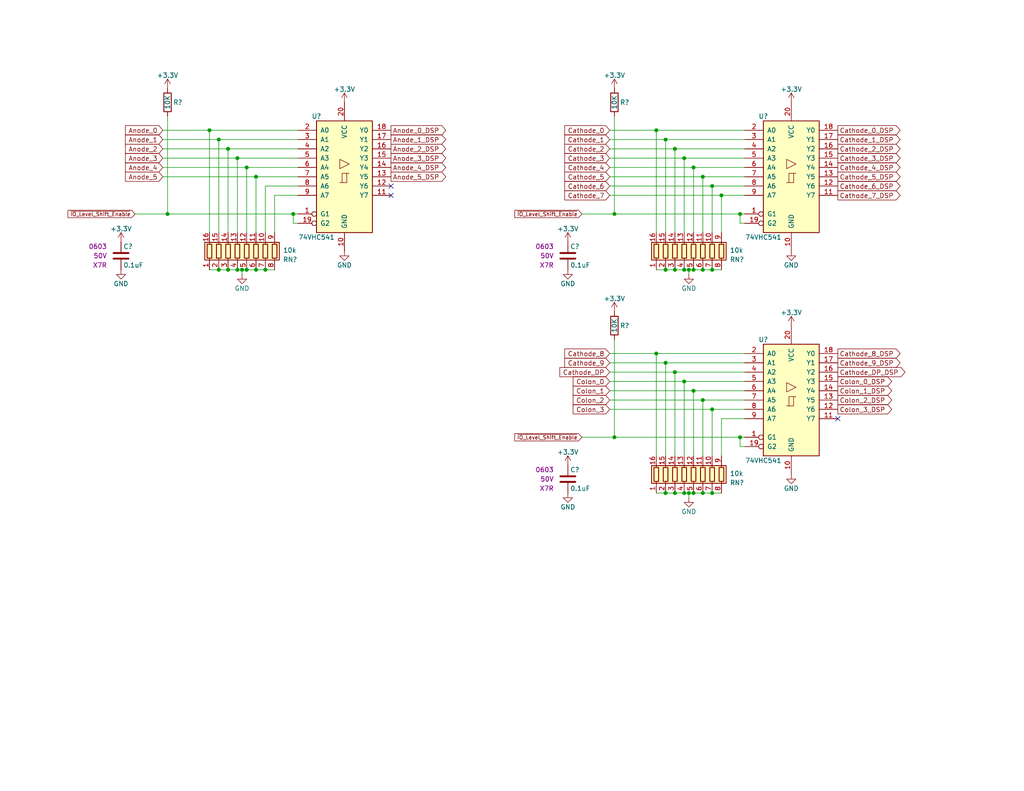
<source format=kicad_sch>
(kicad_sch (version 20230121) (generator eeschema)
  (paper "A")
  (title_block (date "2023-05-12") (rev "PRELIM") (company "Drew Maatman"))
  (lib_symbols
    (symbol "Custom_Library:74VHC541" (pin_names (offset 1.016))
      (property "Reference" "U" (at -7.62 16.51 0))
      (property "Value" "Custom_Library_74VHC541" (at -7.62 -16.51 0))
      (symbol "74VHC541_1_0"
        (polyline (pts (xy -0.635 -1.6002) (xy -0.635 0.9398) (xy 0.635 0.9398)))
        (polyline (pts (xy -1.27 -1.6002) (xy 0.635 -1.6002) (xy 0.635 0.9398) (xy 1.27 0.9398)))
        (polyline (pts (xy 1.27 3.4798) (xy -1.27 4.7498) (xy -1.27 2.2098) (xy 1.27 3.4798)) (stroke (width 0.1524)))
        (pin input inverted (at -12.7 -10.16 0) (length 5.08) (name "G1") (number "1"))
        (pin power_in line (at 0 -20.32 90) (length 5.08) (name "GND") (number "10"))
        (pin tri_state line (at 12.7 -5.08 180) (length 5.08) (name "Y7") (number "11"))
        (pin tri_state line (at 12.7 -2.54 180) (length 5.08) (name "Y6") (number "12"))
        (pin tri_state line (at 12.7 0 180) (length 5.08) (name "Y5") (number "13"))
        (pin tri_state line (at 12.7 2.54 180) (length 5.08) (name "Y4") (number "14"))
        (pin tri_state line (at 12.7 5.08 180) (length 5.08) (name "Y3") (number "15"))
        (pin tri_state line (at 12.7 7.62 180) (length 5.08) (name "Y2") (number "16"))
        (pin tri_state line (at 12.7 10.16 180) (length 5.08) (name "Y1") (number "17"))
        (pin tri_state line (at 12.7 12.7 180) (length 5.08) (name "Y0") (number "18"))
        (pin input inverted (at -12.7 -12.7 0) (length 5.08) (name "G2") (number "19"))
        (pin input line (at -12.7 12.7 0) (length 5.08) (name "A0") (number "2"))
        (pin power_in line (at 0 20.32 270) (length 5.08) (name "VCC") (number "20"))
        (pin input line (at -12.7 10.16 0) (length 5.08) (name "A1") (number "3"))
        (pin input line (at -12.7 7.62 0) (length 5.08) (name "A2") (number "4"))
        (pin input line (at -12.7 5.08 0) (length 5.08) (name "A3") (number "5"))
        (pin input line (at -12.7 2.54 0) (length 5.08) (name "A4") (number "6"))
        (pin input line (at -12.7 0 0) (length 5.08) (name "A5") (number "7"))
        (pin input line (at -12.7 -2.54 0) (length 5.08) (name "A6") (number "8"))
        (pin input line (at -12.7 -5.08 0) (length 5.08) (name "A7") (number "9"))
      )
      (symbol "74VHC541_1_1"
        (rectangle (start -7.62 15.24) (end 7.62 -15.24) (stroke (width 0.254)) (fill (type background)))
        (pin power_in line (at 0 -20.32 90) (length 0) hide (name "GND") (number "21"))
      )
    )
    (symbol "Custom_Library:C_Custom" (pin_numbers hide) (pin_names (offset 0.254))
      (property "Reference" "C" (at 0.635 2.54 0))
      (property "Value" "Custom_Library_C_Custom" (at 0.635 -2.54 0))
      (property "display_footprint" "Foot" (at -3.81 2.54 0))
      (property "Voltage" "V" (at -3.81 0 0))
      (property "Dielectric" "Er" (at -3.81 -2.54 0))
      (symbol "C_Custom_0_1"
        (polyline (pts (xy -2.032 -0.762) (xy 2.032 -0.762)) (stroke (width 0.508)))
        (polyline (pts (xy -2.032 0.762) (xy 2.032 0.762)) (stroke (width 0.508)))
      )
      (symbol "C_Custom_1_1"
        (pin passive line (at 0 3.81 270) (length 2.794) (name "~") (number "1"))
        (pin passive line (at 0 -3.81 90) (length 2.794) (name "~") (number "2"))
      )
    )
    (symbol "Custom_Library:R_Custom" (pin_numbers hide) (pin_names (offset 1.016) hide)
      (property "Reference" "R" (at -2.54 0 90))
      (property "Value" "Custom_Library_R_Custom" (at 0 0 90))
      (property "display_footprint" "Foot" (at 2.54 0 90))
      (property "Tolerance" "Tol" (at 5.08 0 90))
      (property "Wattage" "W" (at 7.62 0 90))
      (symbol "R_Custom_0_1"
        (rectangle (start 1.016 2.54) (end -1.016 -2.54) (stroke (width 0.254)))
      )
      (symbol "R_Custom_1_1"
        (pin passive line (at 0 3.81 270) (length 1.27) (name "1") (number "1"))
        (pin passive line (at 0 -3.81 90) (length 1.27) (name "2") (number "2"))
      )
    )
    (symbol "Device:R_Pack08" (pin_names (offset 0) hide)
      (property "Reference" "RN" (at -12.7 0 90))
      (property "Value" "R_Pack08" (at 10.16 0 90))
      (symbol "R_Pack08_0_1"
        (rectangle (start -11.43 -2.413) (end 8.89 2.413) (stroke (width 0.254)) (fill (type background)))
        (rectangle (start -10.795 1.905) (end -9.525 -1.905) (stroke (width 0.254)))
        (rectangle (start -8.255 1.905) (end -6.985 -1.905) (stroke (width 0.254)))
        (rectangle (start -5.715 1.905) (end -4.445 -1.905) (stroke (width 0.254)))
        (rectangle (start -3.175 1.905) (end -1.905 -1.905) (stroke (width 0.254)))
        (rectangle (start -0.635 1.905) (end 0.635 -1.905) (stroke (width 0.254)))
        (polyline (pts (xy -10.16 -2.54) (xy -10.16 -1.905)))
        (polyline (pts (xy -10.16 1.905) (xy -10.16 2.54)))
        (polyline (pts (xy -7.62 -2.54) (xy -7.62 -1.905)))
        (polyline (pts (xy -7.62 1.905) (xy -7.62 2.54)))
        (polyline (pts (xy -5.08 -2.54) (xy -5.08 -1.905)))
        (polyline (pts (xy -5.08 1.905) (xy -5.08 2.54)))
        (polyline (pts (xy -2.54 -2.54) (xy -2.54 -1.905)))
        (polyline (pts (xy -2.54 1.905) (xy -2.54 2.54)))
        (polyline (pts (xy 0 -2.54) (xy 0 -1.905)))
        (polyline (pts (xy 0 1.905) (xy 0 2.54)))
        (polyline (pts (xy 2.54 -2.54) (xy 2.54 -1.905)))
        (polyline (pts (xy 2.54 1.905) (xy 2.54 2.54)))
        (polyline (pts (xy 5.08 -2.54) (xy 5.08 -1.905)))
        (polyline (pts (xy 5.08 1.905) (xy 5.08 2.54)))
        (polyline (pts (xy 7.62 -2.54) (xy 7.62 -1.905)))
        (polyline (pts (xy 7.62 1.905) (xy 7.62 2.54)))
        (rectangle (start 1.905 1.905) (end 3.175 -1.905) (stroke (width 0.254)))
        (rectangle (start 4.445 1.905) (end 5.715 -1.905) (stroke (width 0.254)))
        (rectangle (start 6.985 1.905) (end 8.255 -1.905) (stroke (width 0.254)))
      )
      (symbol "R_Pack08_1_1"
        (pin passive line (at -10.16 -5.08 90) (length 2.54) (name "R1.1") (number "1"))
        (pin passive line (at 5.08 5.08 270) (length 2.54) (name "R7.2") (number "10"))
        (pin passive line (at 2.54 5.08 270) (length 2.54) (name "R6.2") (number "11"))
        (pin passive line (at 0 5.08 270) (length 2.54) (name "R5.2") (number "12"))
        (pin passive line (at -2.54 5.08 270) (length 2.54) (name "R4.2") (number "13"))
        (pin passive line (at -5.08 5.08 270) (length 2.54) (name "R3.2") (number "14"))
        (pin passive line (at -7.62 5.08 270) (length 2.54) (name "R2.2") (number "15"))
        (pin passive line (at -10.16 5.08 270) (length 2.54) (name "R1.2") (number "16"))
        (pin passive line (at -7.62 -5.08 90) (length 2.54) (name "R2.1") (number "2"))
        (pin passive line (at -5.08 -5.08 90) (length 2.54) (name "R3.1") (number "3"))
        (pin passive line (at -2.54 -5.08 90) (length 2.54) (name "R4.1") (number "4"))
        (pin passive line (at 0 -5.08 90) (length 2.54) (name "R5.1") (number "5"))
        (pin passive line (at 2.54 -5.08 90) (length 2.54) (name "R6.1") (number "6"))
        (pin passive line (at 5.08 -5.08 90) (length 2.54) (name "R7.1") (number "7"))
        (pin passive line (at 7.62 -5.08 90) (length 2.54) (name "R8.1") (number "8"))
        (pin passive line (at 7.62 5.08 270) (length 2.54) (name "R8.2") (number "9"))
      )
    )
    (symbol "power:+3.3V" (power) (pin_names (offset 0))
      (property "Value" "+3.3V" (at 0 3.556 0))
      (symbol "+3.3V_0_1"
        (polyline (pts (xy -0.762 1.27) (xy 0 2.54)))
        (polyline (pts (xy 0 0) (xy 0 2.54)))
        (polyline (pts (xy 0 2.54) (xy 0.762 1.27)))
      )
      (symbol "+3.3V_1_1"
        (pin power_in line (at 0 0 90) (length 0) hide (name "+3.3V") (number "1"))
      )
    )
    (symbol "power:GND" (power) (pin_names (offset 0))
      (property "Value" "GND" (at 0 -3.81 0))
      (symbol "GND_0_1"
        (polyline (pts (xy 0 0) (xy 0 -1.27) (xy 1.27 -1.27) (xy 0 -2.54) (xy -1.27 -1.27) (xy 0 -1.27)))
      )
      (symbol "GND_1_1"
        (pin power_in line (at 0 0 270) (length 0) hide (name "GND") (number "1"))
      )
    )
  )
  (junction (at 191.77 109.22))
  (junction (at 179.07 96.52))
  (junction (at 184.15 40.64))
  (junction (at 191.77 73.66))
  (junction (at 64.77 43.18))
  (junction (at 189.23 45.72))
  (junction (at 72.39 73.66))
  (junction (at 194.31 73.66))
  (junction (at 45.72 58.42))
  (junction (at 67.31 45.72))
  (junction (at 69.85 73.66))
  (junction (at 181.61 134.62))
  (junction (at 186.69 104.14))
  (junction (at 194.31 50.8))
  (junction (at 57.15 35.56))
  (junction (at 80.01 58.42))
  (junction (at 181.61 73.66))
  (junction (at 186.69 73.66))
  (junction (at 184.15 134.62))
  (junction (at 201.93 119.38))
  (junction (at 189.23 73.66))
  (junction (at 187.96 73.66))
  (junction (at 189.23 134.62))
  (junction (at 184.15 101.6))
  (junction (at 167.64 58.42))
  (junction (at 201.93 58.42))
  (junction (at 194.31 134.62))
  (junction (at 179.07 35.56))
  (junction (at 62.23 73.66))
  (junction (at 186.69 134.62))
  (junction (at 59.69 73.66))
  (junction (at 189.23 106.68))
  (junction (at 181.61 38.1))
  (junction (at 194.31 111.76))
  (junction (at 167.64 119.38))
  (junction (at 191.77 48.26))
  (junction (at 66.04 73.66))
  (junction (at 186.69 43.18))
  (junction (at 64.77 73.66))
  (junction (at 184.15 73.66))
  (junction (at 191.77 134.62))
  (junction (at 187.96 134.62))
  (junction (at 62.23 40.64))
  (junction (at 67.31 73.66))
  (junction (at 59.69 38.1))
  (junction (at 69.85 48.26))
  (junction (at 181.61 99.06))
  (junction (at 196.85 53.34))
  (no_connect (at 106.68 50.8))
  (no_connect (at 106.68 53.34))
  (no_connect (at 228.6 114.3))
  (wire (pts (xy 191.77 73.66) (xy 194.31 73.66)))
  (wire (pts (xy 203.2 58.42) (xy 201.93 58.42)))
  (wire (pts (xy 189.23 73.66) (xy 191.77 73.66)))
  (wire (pts (xy 74.93 53.34) (xy 81.28 53.34)))
  (wire (pts (xy 59.69 73.66) (xy 57.15 73.66)))
  (wire (pts (xy 191.77 124.46) (xy 191.77 109.22)))
  (wire (pts (xy 74.93 63.5) (xy 74.93 53.34)))
  (wire (pts (xy 67.31 73.66) (xy 69.85 73.66)))
  (wire (pts (xy 166.37 99.06) (xy 181.61 99.06)))
  (wire (pts (xy 179.07 35.56) (xy 203.2 35.56)))
  (wire (pts (xy 186.69 104.14) (xy 203.2 104.14)))
  (wire (pts (xy 187.96 73.66) (xy 189.23 73.66)))
  (wire (pts (xy 44.45 43.18) (xy 64.77 43.18)))
  (wire (pts (xy 186.69 134.62) (xy 184.15 134.62)))
  (wire (pts (xy 203.2 119.38) (xy 201.93 119.38)))
  (wire (pts (xy 67.31 45.72) (xy 81.28 45.72)))
  (wire (pts (xy 45.72 58.42) (xy 45.72 31.75)))
  (wire (pts (xy 167.64 58.42) (xy 167.64 31.75)))
  (wire (pts (xy 181.61 63.5) (xy 181.61 38.1)))
  (wire (pts (xy 196.85 114.3) (xy 203.2 114.3)))
  (wire (pts (xy 72.39 63.5) (xy 72.39 50.8)))
  (wire (pts (xy 69.85 63.5) (xy 69.85 48.26)))
  (wire (pts (xy 167.64 119.38) (xy 167.64 92.71)))
  (wire (pts (xy 194.31 111.76) (xy 203.2 111.76)))
  (wire (pts (xy 167.64 58.42) (xy 201.93 58.42)))
  (wire (pts (xy 184.15 73.66) (xy 181.61 73.66)))
  (wire (pts (xy 186.69 73.66) (xy 184.15 73.66)))
  (wire (pts (xy 69.85 48.26) (xy 81.28 48.26)))
  (wire (pts (xy 196.85 124.46) (xy 196.85 114.3)))
  (wire (pts (xy 67.31 63.5) (xy 67.31 45.72)))
  (wire (pts (xy 187.96 134.62) (xy 186.69 134.62)))
  (wire (pts (xy 194.31 73.66) (xy 196.85 73.66)))
  (wire (pts (xy 62.23 40.64) (xy 81.28 40.64)))
  (wire (pts (xy 191.77 134.62) (xy 194.31 134.62)))
  (wire (pts (xy 44.45 38.1) (xy 59.69 38.1)))
  (wire (pts (xy 166.37 104.14) (xy 186.69 104.14)))
  (wire (pts (xy 184.15 40.64) (xy 203.2 40.64)))
  (wire (pts (xy 181.61 134.62) (xy 179.07 134.62)))
  (wire (pts (xy 72.39 50.8) (xy 81.28 50.8)))
  (wire (pts (xy 184.15 101.6) (xy 203.2 101.6)))
  (wire (pts (xy 187.96 134.62) (xy 189.23 134.62)))
  (wire (pts (xy 66.04 74.93) (xy 66.04 73.66)))
  (wire (pts (xy 189.23 63.5) (xy 189.23 45.72)))
  (wire (pts (xy 186.69 43.18) (xy 203.2 43.18)))
  (wire (pts (xy 166.37 111.76) (xy 194.31 111.76)))
  (wire (pts (xy 44.45 45.72) (xy 67.31 45.72)))
  (wire (pts (xy 166.37 50.8) (xy 194.31 50.8)))
  (wire (pts (xy 194.31 50.8) (xy 203.2 50.8)))
  (wire (pts (xy 203.2 121.92) (xy 201.93 121.92)))
  (wire (pts (xy 181.61 99.06) (xy 203.2 99.06)))
  (wire (pts (xy 44.45 48.26) (xy 69.85 48.26)))
  (wire (pts (xy 166.37 35.56) (xy 179.07 35.56)))
  (wire (pts (xy 64.77 43.18) (xy 81.28 43.18)))
  (wire (pts (xy 181.61 73.66) (xy 179.07 73.66)))
  (wire (pts (xy 72.39 73.66) (xy 74.93 73.66)))
  (wire (pts (xy 203.2 60.96) (xy 201.93 60.96)))
  (wire (pts (xy 184.15 63.5) (xy 184.15 40.64)))
  (wire (pts (xy 201.93 121.92) (xy 201.93 119.38)))
  (wire (pts (xy 201.93 60.96) (xy 201.93 58.42)))
  (wire (pts (xy 166.37 101.6) (xy 184.15 101.6)))
  (wire (pts (xy 179.07 96.52) (xy 203.2 96.52)))
  (wire (pts (xy 186.69 63.5) (xy 186.69 43.18)))
  (wire (pts (xy 167.64 119.38) (xy 201.93 119.38)))
  (wire (pts (xy 158.75 58.42) (xy 167.64 58.42)))
  (wire (pts (xy 59.69 38.1) (xy 81.28 38.1)))
  (wire (pts (xy 191.77 48.26) (xy 203.2 48.26)))
  (wire (pts (xy 81.28 58.42) (xy 80.01 58.42)))
  (wire (pts (xy 69.85 73.66) (xy 72.39 73.66)))
  (wire (pts (xy 59.69 63.5) (xy 59.69 38.1)))
  (wire (pts (xy 196.85 53.34) (xy 203.2 53.34)))
  (wire (pts (xy 194.31 124.46) (xy 194.31 111.76)))
  (wire (pts (xy 184.15 134.62) (xy 181.61 134.62)))
  (wire (pts (xy 36.83 58.42) (xy 45.72 58.42)))
  (wire (pts (xy 80.01 60.96) (xy 80.01 58.42)))
  (wire (pts (xy 191.77 63.5) (xy 191.77 48.26)))
  (wire (pts (xy 45.72 58.42) (xy 80.01 58.42)))
  (wire (pts (xy 179.07 63.5) (xy 179.07 35.56)))
  (wire (pts (xy 181.61 124.46) (xy 181.61 99.06)))
  (wire (pts (xy 191.77 109.22) (xy 203.2 109.22)))
  (wire (pts (xy 184.15 124.46) (xy 184.15 101.6)))
  (wire (pts (xy 166.37 43.18) (xy 186.69 43.18)))
  (wire (pts (xy 158.75 119.38) (xy 167.64 119.38)))
  (wire (pts (xy 166.37 109.22) (xy 191.77 109.22)))
  (wire (pts (xy 196.85 63.5) (xy 196.85 53.34)))
  (wire (pts (xy 66.04 73.66) (xy 64.77 73.66)))
  (wire (pts (xy 189.23 106.68) (xy 203.2 106.68)))
  (wire (pts (xy 166.37 38.1) (xy 181.61 38.1)))
  (wire (pts (xy 166.37 45.72) (xy 189.23 45.72)))
  (wire (pts (xy 62.23 63.5) (xy 62.23 40.64)))
  (wire (pts (xy 57.15 63.5) (xy 57.15 35.56)))
  (wire (pts (xy 166.37 53.34) (xy 196.85 53.34)))
  (wire (pts (xy 62.23 73.66) (xy 59.69 73.66)))
  (wire (pts (xy 179.07 124.46) (xy 179.07 96.52)))
  (wire (pts (xy 166.37 106.68) (xy 189.23 106.68)))
  (wire (pts (xy 44.45 40.64) (xy 62.23 40.64)))
  (wire (pts (xy 166.37 48.26) (xy 191.77 48.26)))
  (wire (pts (xy 66.04 73.66) (xy 67.31 73.66)))
  (wire (pts (xy 187.96 74.93) (xy 187.96 73.66)))
  (wire (pts (xy 189.23 134.62) (xy 191.77 134.62)))
  (wire (pts (xy 81.28 60.96) (xy 80.01 60.96)))
  (wire (pts (xy 187.96 135.89) (xy 187.96 134.62)))
  (wire (pts (xy 187.96 73.66) (xy 186.69 73.66)))
  (wire (pts (xy 64.77 63.5) (xy 64.77 43.18)))
  (wire (pts (xy 166.37 96.52) (xy 179.07 96.52)))
  (wire (pts (xy 181.61 38.1) (xy 203.2 38.1)))
  (wire (pts (xy 64.77 73.66) (xy 62.23 73.66)))
  (wire (pts (xy 44.45 35.56) (xy 57.15 35.56)))
  (wire (pts (xy 57.15 35.56) (xy 81.28 35.56)))
  (wire (pts (xy 189.23 45.72) (xy 203.2 45.72)))
  (wire (pts (xy 189.23 124.46) (xy 189.23 106.68)))
  (wire (pts (xy 194.31 134.62) (xy 196.85 134.62)))
  (wire (pts (xy 194.31 63.5) (xy 194.31 50.8)))
  (wire (pts (xy 166.37 40.64) (xy 184.15 40.64)))
  (wire (pts (xy 186.69 124.46) (xy 186.69 104.14)))
  (global_label "Cathode_0_DSP" (shape output) (at 228.6 35.56 0) (property "Intersheetrefs" "${INTERSHEET_REFS}" (effects hide)))
  (global_label "Anode_5_DSP" (shape output) (at 106.68 48.26 0) (property "Intersheetrefs" "${INTERSHEET_REFS}" (effects hide)))
  (global_label "Anode_2_DSP" (shape output) (at 106.68 40.64 0) (property "Intersheetrefs" "${INTERSHEET_REFS}" (effects hide)))
  (global_label "Colon_2" (shape input) (at 166.37 109.22 180) (property "Intersheetrefs" "${INTERSHEET_REFS}" (effects hide)))
  (global_label "Cathode_4" (shape input) (at 166.37 45.72 180) (property "Intersheetrefs" "${INTERSHEET_REFS}" (effects hide)))
  (global_label "Colon_2_DSP" (shape output) (at 228.6 109.22 0) (property "Intersheetrefs" "${INTERSHEET_REFS}" (effects hide)))
  (global_label "Anode_0" (shape input) (at 44.45 35.56 180) (property "Intersheetrefs" "${INTERSHEET_REFS}" (effects hide)))
  (global_label "Colon_1_DSP" (shape output) (at 228.6 106.68 0) (property "Intersheetrefs" "${INTERSHEET_REFS}" (effects hide)))
  (global_label "Cathode_2" (shape input) (at 166.37 40.64 180) (property "Intersheetrefs" "${INTERSHEET_REFS}" (effects hide)))
  (global_label "Cathode_7" (shape input) (at 166.37 53.34 180) (property "Intersheetrefs" "${INTERSHEET_REFS}" (effects hide)))
  (global_label "Anode_4_DSP" (shape output) (at 106.68 45.72 0) (property "Intersheetrefs" "${INTERSHEET_REFS}" (effects hide)))
  (global_label "Anode_0_DSP" (shape output) (at 106.68 35.56 0) (property "Intersheetrefs" "${INTERSHEET_REFS}" (effects hide)))
  (global_label "Cathode_DP" (shape input) (at 166.37 101.6 180) (property "Intersheetrefs" "${INTERSHEET_REFS}" (effects hide)))
  (global_label "Cathode_1_DSP" (shape output) (at 228.6 38.1 0) (property "Intersheetrefs" "${INTERSHEET_REFS}" (effects hide)))
  (global_label "Cathode_6_DSP" (shape output) (at 228.6 50.8 0) (property "Intersheetrefs" "${INTERSHEET_REFS}" (effects hide)))
  (global_label "Colon_0_DSP" (shape output) (at 228.6 104.14 0) (property "Intersheetrefs" "${INTERSHEET_REFS}" (effects hide)))
  (global_label "Cathode_9" (shape input) (at 166.37 99.06 180) (property "Intersheetrefs" "${INTERSHEET_REFS}" (effects hide)))
  (global_label "Anode_1_DSP" (shape output) (at 106.68 38.1 0) (property "Intersheetrefs" "${INTERSHEET_REFS}" (effects hide)))
  (global_label "Cathode_9_DSP" (shape output) (at 228.6 99.06 0) (property "Intersheetrefs" "${INTERSHEET_REFS}" (effects hide)))
  (global_label "Cathode_7_DSP" (shape output) (at 228.6 53.34 0) (property "Intersheetrefs" "${INTERSHEET_REFS}" (effects hide)))
  (global_label "~{IO_Level_Shift_Enable}" (shape input) (at 36.83 58.42 180) (effects (font (size 1.016 1.016))) (property "Intersheetrefs" "${INTERSHEET_REFS}" (effects hide)))
  (global_label "~{IO_Level_Shift_Enable}" (shape input) (at 158.75 58.42 180) (effects (font (size 1.016 1.016))) (property "Intersheetrefs" "${INTERSHEET_REFS}" (effects hide)))
  (global_label "Cathode_2_DSP" (shape output) (at 228.6 40.64 0) (property "Intersheetrefs" "${INTERSHEET_REFS}" (effects hide)))
  (global_label "Colon_3_DSP" (shape output) (at 228.6 111.76 0) (property "Intersheetrefs" "${INTERSHEET_REFS}" (effects hide)))
  (global_label "Anode_2" (shape input) (at 44.45 40.64 180) (property "Intersheetrefs" "${INTERSHEET_REFS}" (effects hide)))
  (global_label "Cathode_8" (shape input) (at 166.37 96.52 180) (property "Intersheetrefs" "${INTERSHEET_REFS}" (effects hide)))
  (global_label "Anode_1" (shape input) (at 44.45 38.1 180) (property "Intersheetrefs" "${INTERSHEET_REFS}" (effects hide)))
  (global_label "Cathode_5" (shape input) (at 166.37 48.26 180) (property "Intersheetrefs" "${INTERSHEET_REFS}" (effects hide)))
  (global_label "Cathode_4_DSP" (shape output) (at 228.6 45.72 0) (property "Intersheetrefs" "${INTERSHEET_REFS}" (effects hide)))
  (global_label "Anode_4" (shape input) (at 44.45 45.72 180) (property "Intersheetrefs" "${INTERSHEET_REFS}" (effects hide)))
  (global_label "Cathode_0" (shape input) (at 166.37 35.56 180) (property "Intersheetrefs" "${INTERSHEET_REFS}" (effects hide)))
  (global_label "Cathode_8_DSP" (shape output) (at 228.6 96.52 0) (property "Intersheetrefs" "${INTERSHEET_REFS}" (effects hide)))
  (global_label "Cathode_DP_DSP" (shape output) (at 228.6 101.6 0) (property "Intersheetrefs" "${INTERSHEET_REFS}" (effects hide)))
  (global_label "Colon_3" (shape input) (at 166.37 111.76 180) (property "Intersheetrefs" "${INTERSHEET_REFS}" (effects hide)))
  (global_label "~{IO_Level_Shift_Enable}" (shape input) (at 158.75 119.38 180) (effects (font (size 1.016 1.016))) (property "Intersheetrefs" "${INTERSHEET_REFS}" (effects hide)))
  (global_label "Colon_1" (shape input) (at 166.37 106.68 180) (property "Intersheetrefs" "${INTERSHEET_REFS}" (effects hide)))
  (global_label "Cathode_3" (shape input) (at 166.37 43.18 180) (property "Intersheetrefs" "${INTERSHEET_REFS}" (effects hide)))
  (global_label "Anode_3" (shape input) (at 44.45 43.18 180) (property "Intersheetrefs" "${INTERSHEET_REFS}" (effects hide)))
  (global_label "Cathode_3_DSP" (shape output) (at 228.6 43.18 0) (property "Intersheetrefs" "${INTERSHEET_REFS}" (effects hide)))
  (global_label "Cathode_1" (shape input) (at 166.37 38.1 180) (property "Intersheetrefs" "${INTERSHEET_REFS}" (effects hide)))
  (global_label "Cathode_5_DSP" (shape output) (at 228.6 48.26 0) (property "Intersheetrefs" "${INTERSHEET_REFS}" (effects hide)))
  (global_label "Anode_3_DSP" (shape output) (at 106.68 43.18 0) (property "Intersheetrefs" "${INTERSHEET_REFS}" (effects hide)))
  (global_label "Colon_0" (shape input) (at 166.37 104.14 180) (property "Intersheetrefs" "${INTERSHEET_REFS}" (effects hide)))
  (global_label "Cathode_6" (shape input) (at 166.37 50.8 180) (property "Intersheetrefs" "${INTERSHEET_REFS}" (effects hide)))
  (global_label "Anode_5" (shape input) (at 44.45 48.26 180) (property "Intersheetrefs" "${INTERSHEET_REFS}" (effects hide)))
  (symbol (lib_id "Device:R_Pack08") (at 67.31 68.58 0) (unit 1)
    (property "Reference" "RN?" (at 77.216 70.866 0) (effects (justify left)))
    (property "Value" "10k" (at 77.216 68.326 0) (effects (justify left)))
    (property "Footprint" "Resistors_SMD:R_Array_Convex_8x0602" (effects hide))
    (property "Digi-Key PN" "Y1103CT-ND" (effects hide))
    (instances (project "VFD_Clock" (path "" (reference "RN?") (unit 1))) (project "Nixie_Clock_Core" (path "" (reference "RN1701") (unit 1))))
  )
  (symbol (lib_id "Device:R_Pack08") (at 189.23 129.54 0) (unit 1)
    (property "Reference" "RN?" (at 199.136 131.826 0) (effects (justify left)))
    (property "Value" "10k" (at 199.136 129.286 0) (effects (justify left)))
    (property "Footprint" "Resistors_SMD:R_Array_Convex_8x0602" (effects hide))
    (property "Digi-Key PN" "Y1103CT-ND" (effects hide))
    (instances (project "VFD_Clock" (path "" (reference "RN?") (unit 1))) (project "Nixie_Clock_Core" (path "" (reference "RN1703") (unit 1))))
  )
  (symbol (lib_id "Device:R_Pack08") (at 189.23 68.58 0) (unit 1)
    (property "Reference" "RN?" (at 199.136 70.866 0) (effects (justify left)))
    (property "Value" "10k" (at 199.136 68.326 0) (effects (justify left)))
    (property "Footprint" "Resistors_SMD:R_Array_Convex_8x0602" (effects hide))
    (property "Digi-Key PN" "Y1103CT-ND" (effects hide))
    (instances (project "VFD_Clock" (path "" (reference "RN?") (unit 1))) (project "Nixie_Clock_Core" (path "" (reference "RN1702") (unit 1))))
  )
  (symbol (lib_id "power:GND") (at 187.96 74.93 0) (unit 1)
    (property "Reference" "#PWR?" (effects hide))
    (property "Value" "GND" (at 187.96 78.74 0))
    (instances (project "VFD_Clock" (path "" (reference "#PWR?") (unit 1)) (path "" (reference "#PWR?") (unit 1)) (path "" (reference "#PWR?") (unit 1)) (path "" (reference "#PWR?") (unit 1))) (project "Nixie_Clock_Core" (path "" (reference "#PWR01708") (unit 1))))
  )
  (symbol (lib_id "Custom_Library:R_Custom") (at 167.64 27.94 0) (mirror y) (unit 1)
    (property "Reference" "R?" (at 169.164 27.94 0) (effects (justify right)))
    (property "Value" "10K" (at 167.64 27.94 90))
    (property "Footprint" "Resistors_SMD:R_0603" (effects hide))
    (property "display_footprint" "0603" (effects hide))
    (property "Tolerance" "1%" (effects hide))
    (property "Wattage" "1/10W" (effects hide))
    (instances (project "VFD_Clock" (path "" (reference "R?") (unit 1)) (path "" (reference "R?") (unit 1)) (path "" (reference "R?") (unit 1)) (path "" (reference "R?") (unit 1))) (project "Nixie_Clock_Core" (path "" (reference "R1702") (unit 1))))
  )
  (symbol (lib_id "power:+3.3V") (at 33.02 66.04 0) (unit 1)
    (property "Reference" "#PWR?" (effects hide))
    (property "Value" "+3.3V" (at 33.02 62.484 0))
    (instances (project "VFD_Clock" (path "" (reference "#PWR?") (unit 1)) (path "" (reference "#PWR?") (unit 1)) (path "" (reference "#PWR?") (unit 1)) (path "" (reference "#PWR?") (unit 1))) (project "Nixie_Clock_Core" (path "" (reference "#PWR01701") (unit 1))))
  )
  (symbol (lib_id "Custom_Library:74VHC541") (at 215.9 109.22 0) (unit 1)
    (property "Reference" "U?" (at 208.28 92.71 0))
    (property "Value" "74VHC541" (at 208.28 125.73 0))
    (property "Footprint" "Package_DFN_QFN:WQFN-20-1EP_2.5x4.5mm_P0.5mm_EP1x2.9mm" (effects hide))
    (property "Datasheet" "https://assets.nexperia.com/documents/data-sheet/74VHC_VHCT541.pdf" (effects hide))
    (property "Digi-Key PN" "1727-7068-1-ND" (effects hide))
    (instances (project "VFD_Clock" (path "" (reference "U?") (unit 1))) (project "Nixie_Clock_Core" (path "" (reference "U1703") (unit 1))))
  )
  (symbol (lib_id "Custom_Library:74VHC541") (at 215.9 48.26 0) (unit 1)
    (property "Reference" "U?" (at 208.28 31.75 0))
    (property "Value" "74VHC541" (at 208.28 64.77 0))
    (property "Footprint" "Package_DFN_QFN:WQFN-20-1EP_2.5x4.5mm_P0.5mm_EP1x2.9mm" (effects hide))
    (property "Datasheet" "https://assets.nexperia.com/documents/data-sheet/74VHC_VHCT541.pdf" (effects hide))
    (property "Digi-Key PN" "1727-7068-1-ND" (effects hide))
    (instances (project "VFD_Clock" (path "" (reference "U?") (unit 1))) (project "Nixie_Clock_Core" (path "" (reference "U1702") (unit 1))))
  )
  (symbol (lib_id "power:+3.3V") (at 167.64 24.13 0) (unit 1)
    (property "Reference" "#PWR?" (effects hide))
    (property "Value" "+3.3V" (at 167.64 20.574 0))
    (instances (project "VFD_Clock" (path "" (reference "#PWR?") (unit 1)) (path "" (reference "#PWR?") (unit 1)) (path "" (reference "#PWR?") (unit 1)) (path "" (reference "#PWR?") (unit 1))) (project "Nixie_Clock_Core" (path "" (reference "#PWR01707") (unit 1))))
  )
  (symbol (lib_id "power:+3.3V") (at 154.94 66.04 0) (unit 1)
    (property "Reference" "#PWR?" (effects hide))
    (property "Value" "+3.3V" (at 154.94 62.484 0))
    (instances (project "VFD_Clock" (path "" (reference "#PWR?") (unit 1)) (path "" (reference "#PWR?") (unit 1)) (path "" (reference "#PWR?") (unit 1)) (path "" (reference "#PWR?") (unit 1))) (project "Nixie_Clock_Core" (path "" (reference "#PWR01705") (unit 1))))
  )
  (symbol (lib_id "power:+3.3V") (at 45.72 24.13 0) (unit 1)
    (property "Reference" "#PWR?" (effects hide))
    (property "Value" "+3.3V" (at 45.72 20.574 0))
    (instances (project "VFD_Clock" (path "" (reference "#PWR?") (unit 1)) (path "" (reference "#PWR?") (unit 1)) (path "" (reference "#PWR?") (unit 1)) (path "" (reference "#PWR?") (unit 1))) (project "Nixie_Clock_Core" (path "" (reference "#PWR01704") (unit 1))))
  )
  (symbol (lib_id "Custom_Library:74VHC541") (at 93.98 48.26 0) (unit 1)
    (property "Reference" "U?" (at 86.36 31.75 0))
    (property "Value" "74VHC541" (at 86.36 64.77 0))
    (property "Footprint" "Package_DFN_QFN:WQFN-20-1EP_2.5x4.5mm_P0.5mm_EP1x2.9mm" (effects hide))
    (property "Datasheet" "https://assets.nexperia.com/documents/data-sheet/74VHC_VHCT541.pdf" (effects hide))
    (property "Digi-Key PN" "1727-7068-1-ND" (effects hide))
    (instances (project "VFD_Clock" (path "" (reference "U?") (unit 1))) (project "Nixie_Clock_Core" (path "" (reference "U1701") (unit 1))))
  )
  (symbol (lib_id "power:GND") (at 154.94 73.66 0) (unit 1)
    (property "Reference" "#PWR?" (effects hide))
    (property "Value" "GND" (at 154.94 77.47 0))
    (instances (project "VFD_Clock" (path "" (reference "#PWR?") (unit 1))) (project "Nixie_Clock_Core" (path "" (reference "#PWR01706") (unit 1))))
  )
  (symbol (lib_id "Custom_Library:C_Custom") (at 154.94 130.81 0) (unit 1)
    (property "Reference" "C?" (at 155.575 128.27 0) (effects (justify left)))
    (property "Value" "0.1uF" (at 155.575 133.35 0) (effects (justify left)))
    (property "Footprint" "Capacitors_SMD:C_0603" (effects hide))
    (property "display_footprint" "0603" (at 151.13 128.27 0) (effects (justify right)))
    (property "Voltage" "50V" (at 151.13 130.81 0) (effects (justify right)))
    (property "Dielectric" "X7R" (at 151.13 133.35 0) (effects (justify right)))
    (property "Digi-Key PN" "1276-1935-1-ND" (effects hide))
    (instances (project "VFD_Clock" (path "" (reference "C?") (unit 1)) (path "" (reference "C?") (unit 1)) (path "" (reference "C?") (unit 1)) (path "" (reference "C?") (unit 1))) (project "Nixie_Clock_Core" (path "" (reference "C1703") (unit 1))))
  )
  (symbol (lib_id "Custom_Library:C_Custom") (at 33.02 69.85 0) (unit 1)
    (property "Reference" "C?" (at 33.655 67.31 0) (effects (justify left)))
    (property "Value" "0.1uF" (at 33.655 72.39 0) (effects (justify left)))
    (property "Footprint" "Capacitors_SMD:C_0603" (effects hide))
    (property "display_footprint" "0603" (at 29.21 67.31 0) (effects (justify right)))
    (property "Voltage" "50V" (at 29.21 69.85 0) (effects (justify right)))
    (property "Dielectric" "X7R" (at 29.21 72.39 0) (effects (justify right)))
    (property "Digi-Key PN" "1276-1935-1-ND" (effects hide))
    (instances (project "VFD_Clock" (path "" (reference "C?") (unit 1)) (path "" (reference "C?") (unit 1)) (path "" (reference "C?") (unit 1)) (path "" (reference "C?") (unit 1))) (project "Nixie_Clock_Core" (path "" (reference "C1701") (unit 1))))
  )
  (symbol (lib_id "power:GND") (at 215.9 129.54 0) (unit 1)
    (property "Reference" "#PWR?" (effects hide))
    (property "Value" "GND" (at 215.9 133.35 0))
    (instances (project "VFD_Clock" (path "" (reference "#PWR?") (unit 1)) (path "" (reference "#PWR?") (unit 1)) (path "" (reference "#PWR?") (unit 1)) (path "" (reference "#PWR?") (unit 1))) (project "Nixie_Clock_Core" (path "" (reference "#PWR01716") (unit 1))))
  )
  (symbol (lib_id "power:GND") (at 215.9 68.58 0) (unit 1)
    (property "Reference" "#PWR?" (effects hide))
    (property "Value" "GND" (at 215.9 72.39 0))
    (instances (project "VFD_Clock" (path "" (reference "#PWR?") (unit 1)) (path "" (reference "#PWR?") (unit 1)) (path "" (reference "#PWR?") (unit 1)) (path "" (reference "#PWR?") (unit 1))) (project "Nixie_Clock_Core" (path "" (reference "#PWR01710") (unit 1))))
  )
  (symbol (lib_id "power:+3.3V") (at 215.9 88.9 0) (unit 1)
    (property "Reference" "#PWR?" (effects hide))
    (property "Value" "+3.3V" (at 215.9 85.344 0))
    (instances (project "VFD_Clock" (path "" (reference "#PWR?") (unit 1)) (path "" (reference "#PWR?") (unit 1)) (path "" (reference "#PWR?") (unit 1)) (path "" (reference "#PWR?") (unit 1))) (project "Nixie_Clock_Core" (path "" (reference "#PWR01715") (unit 1))))
  )
  (symbol (lib_id "power:+3.3V") (at 167.64 85.09 0) (unit 1)
    (property "Reference" "#PWR?" (effects hide))
    (property "Value" "+3.3V" (at 167.64 81.534 0))
    (instances (project "VFD_Clock" (path "" (reference "#PWR?") (unit 1)) (path "" (reference "#PWR?") (unit 1)) (path "" (reference "#PWR?") (unit 1)) (path "" (reference "#PWR?") (unit 1))) (project "Nixie_Clock_Core" (path "" (reference "#PWR01713") (unit 1))))
  )
  (symbol (lib_id "Custom_Library:C_Custom") (at 154.94 69.85 0) (unit 1)
    (property "Reference" "C?" (at 155.575 67.31 0) (effects (justify left)))
    (property "Value" "0.1uF" (at 155.575 72.39 0) (effects (justify left)))
    (property "Footprint" "Capacitors_SMD:C_0603" (effects hide))
    (property "display_footprint" "0603" (at 151.13 67.31 0) (effects (justify right)))
    (property "Voltage" "50V" (at 151.13 69.85 0) (effects (justify right)))
    (property "Dielectric" "X7R" (at 151.13 72.39 0) (effects (justify right)))
    (property "Digi-Key PN" "1276-1935-1-ND" (effects hide))
    (instances (project "VFD_Clock" (path "" (reference "C?") (unit 1)) (path "" (reference "C?") (unit 1)) (path "" (reference "C?") (unit 1)) (path "" (reference "C?") (unit 1))) (project "Nixie_Clock_Core" (path "" (reference "C1702") (unit 1))))
  )
  (symbol (lib_id "power:GND") (at 33.02 73.66 0) (unit 1)
    (property "Reference" "#PWR?" (effects hide))
    (property "Value" "GND" (at 33.02 77.47 0))
    (instances (project "VFD_Clock" (path "" (reference "#PWR?") (unit 1))) (project "Nixie_Clock_Core" (path "" (reference "#PWR01703") (unit 1))))
  )
  (symbol (lib_id "power:GND") (at 66.04 74.93 0) (unit 1)
    (property "Reference" "#PWR?" (effects hide))
    (property "Value" "GND" (at 66.04 78.74 0))
    (instances (project "VFD_Clock" (path "" (reference "#PWR?") (unit 1)) (path "" (reference "#PWR?") (unit 1)) (path "" (reference "#PWR?") (unit 1)) (path "" (reference "#PWR?") (unit 1))) (project "Nixie_Clock_Core" (path "" (reference "#PWR01717") (unit 1))))
  )
  (symbol (lib_id "power:+3.3V") (at 215.9 27.94 0) (unit 1)
    (property "Reference" "#PWR?" (effects hide))
    (property "Value" "+3.3V" (at 215.9 24.384 0))
    (instances (project "VFD_Clock" (path "" (reference "#PWR?") (unit 1)) (path "" (reference "#PWR?") (unit 1)) (path "" (reference "#PWR?") (unit 1)) (path "" (reference "#PWR?") (unit 1))) (project "Nixie_Clock_Core" (path "" (reference "#PWR01709") (unit 1))))
  )
  (symbol (lib_id "power:+3.3V") (at 93.98 27.94 0) (unit 1)
    (property "Reference" "#PWR?" (effects hide))
    (property "Value" "+3.3V" (at 93.98 24.384 0))
    (instances (project "VFD_Clock" (path "" (reference "#PWR?") (unit 1)) (path "" (reference "#PWR?") (unit 1)) (path "" (reference "#PWR?") (unit 1)) (path "" (reference "#PWR?") (unit 1))) (project "Nixie_Clock_Core" (path "" (reference "#PWR01702") (unit 1))))
  )
  (symbol (lib_id "Custom_Library:R_Custom") (at 45.72 27.94 0) (mirror y) (unit 1)
    (property "Reference" "R?" (at 47.244 27.94 0) (effects (justify right)))
    (property "Value" "10K" (at 45.72 27.94 90))
    (property "Footprint" "Resistors_SMD:R_0603" (effects hide))
    (property "display_footprint" "0603" (effects hide))
    (property "Tolerance" "1%" (effects hide))
    (property "Wattage" "1/10W" (effects hide))
    (instances (project "VFD_Clock" (path "" (reference "R?") (unit 1)) (path "" (reference "R?") (unit 1)) (path "" (reference "R?") (unit 1)) (path "" (reference "R?") (unit 1))) (project "Nixie_Clock_Core" (path "" (reference "R1701") (unit 1))))
  )
  (symbol (lib_id "power:GND") (at 154.94 134.62 0) (unit 1)
    (property "Reference" "#PWR?" (effects hide))
    (property "Value" "GND" (at 154.94 138.43 0))
    (instances (project "VFD_Clock" (path "" (reference "#PWR?") (unit 1))) (project "Nixie_Clock_Core" (path "" (reference "#PWR01712") (unit 1))))
  )
  (symbol (lib_id "Custom_Library:R_Custom") (at 167.64 88.9 0) (mirror y) (unit 1)
    (property "Reference" "R?" (at 169.164 88.9 0) (effects (justify right)))
    (property "Value" "10K" (at 167.64 88.9 90))
    (property "Footprint" "Resistors_SMD:R_0603" (effects hide))
    (property "display_footprint" "0603" (effects hide))
    (property "Tolerance" "1%" (effects hide))
    (property "Wattage" "1/10W" (effects hide))
    (instances (project "VFD_Clock" (path "" (reference "R?") (unit 1)) (path "" (reference "R?") (unit 1)) (path "" (reference "R?") (unit 1)) (path "" (reference "R?") (unit 1))) (project "Nixie_Clock_Core" (path "" (reference "R1703") (unit 1))))
  )
  (symbol (lib_id "power:+3.3V") (at 154.94 127 0) (unit 1)
    (property "Reference" "#PWR?" (effects hide))
    (property "Value" "+3.3V" (at 154.94 123.444 0))
    (instances (project "VFD_Clock" (path "" (reference "#PWR?") (unit 1)) (path "" (reference "#PWR?") (unit 1)) (path "" (reference "#PWR?") (unit 1)) (path "" (reference "#PWR?") (unit 1))) (project "Nixie_Clock_Core" (path "" (reference "#PWR01711") (unit 1))))
  )
  (symbol (lib_id "power:GND") (at 187.96 135.89 0) (unit 1)
    (property "Reference" "#PWR?" (effects hide))
    (property "Value" "GND" (at 187.96 139.7 0))
    (instances (project "VFD_Clock" (path "" (reference "#PWR?") (unit 1)) (path "" (reference "#PWR?") (unit 1)) (path "" (reference "#PWR?") (unit 1)) (path "" (reference "#PWR?") (unit 1))) (project "Nixie_Clock_Core" (path "" (reference "#PWR01714") (unit 1))))
  )
  (symbol (lib_id "power:GND") (at 93.98 68.58 0) (unit 1)
    (property "Reference" "#PWR?" (effects hide))
    (property "Value" "GND" (at 93.98 72.39 0))
    (instances (project "VFD_Clock" (path "" (reference "#PWR?") (unit 1)) (path "" (reference "#PWR?") (unit 1)) (path "" (reference "#PWR?") (unit 1)) (path "" (reference "#PWR?") (unit 1))) (project "Nixie_Clock_Core" (path "" (reference "#PWR01718") (unit 1))))
  )
)
</source>
